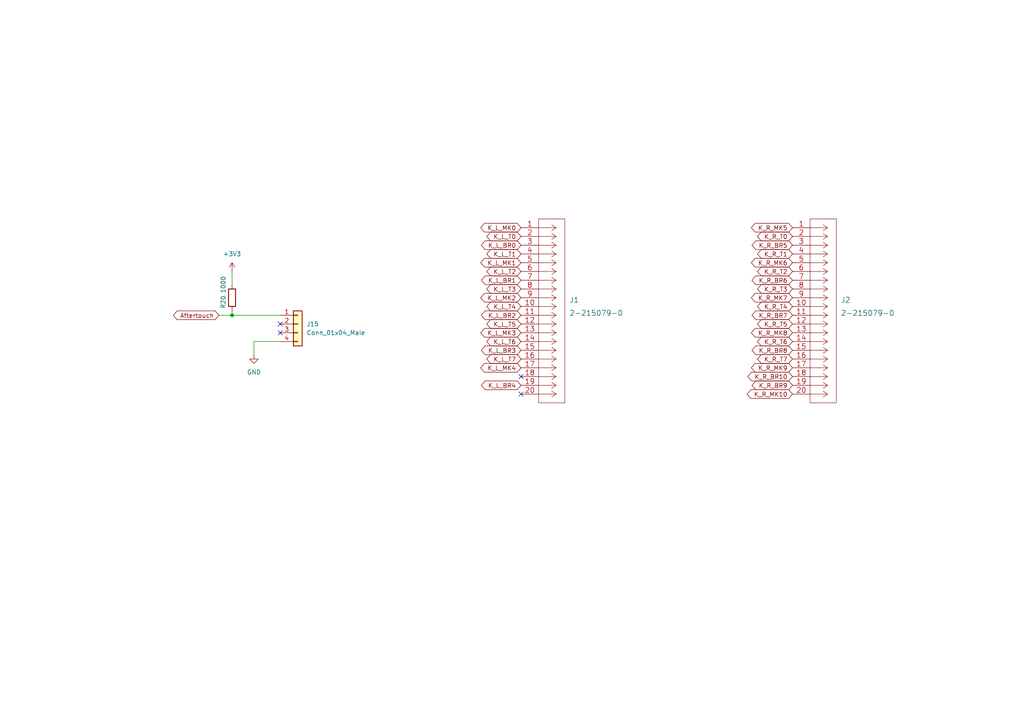
<source format=kicad_sch>
(kicad_sch (version 20211123) (generator eeschema)
  (paper "A4")
  (lib_symbols
    (symbol "2022-06-13_00-55-18:2-215079-0" (pin_names (offset 0.254) hide)
      (property "Reference" "J" (at 8.89 6.35 0))
      (property "Value" "2-215079-0" (at 10.16 -25.4 0))
      (symbol "2-215079-0_1_1"
        (polyline (pts (xy 5.08 -50.8) (xy 12.7 -50.8)) (stroke (width 0.127)))
        (polyline (pts (xy 5.08 2.54) (xy 5.08 -50.8)) (stroke (width 0.127)))
        (polyline (pts (xy 10.16 -48.26) (xy 5.08 -48.26)) (stroke (width 0.127)))
        (polyline (pts (xy 10.16 -48.26) (xy 8.89 -49.0982)) (stroke (width 0.127)))
        (polyline (pts (xy 10.16 -48.26) (xy 8.89 -47.4218)) (stroke (width 0.127)))
        (polyline (pts (xy 10.16 -45.72) (xy 5.08 -45.72)) (stroke (width 0.127)))
        (polyline (pts (xy 10.16 -45.72) (xy 8.89 -46.5582)) (stroke (width 0.127)))
        (polyline (pts (xy 10.16 -45.72) (xy 8.89 -44.8818)) (stroke (width 0.127)))
        (polyline (pts (xy 10.16 -43.18) (xy 5.08 -43.18)) (stroke (width 0.127)))
        (polyline (pts (xy 10.16 -43.18) (xy 8.89 -44.0182)) (stroke (width 0.127)))
        (polyline (pts (xy 10.16 -43.18) (xy 8.89 -42.3418)) (stroke (width 0.127)))
        (polyline (pts (xy 10.16 -40.64) (xy 5.08 -40.64)) (stroke (width 0.127)))
        (polyline (pts (xy 10.16 -40.64) (xy 8.89 -41.4782)) (stroke (width 0.127)))
        (polyline (pts (xy 10.16 -40.64) (xy 8.89 -39.8018)) (stroke (width 0.127)))
        (polyline (pts (xy 10.16 -38.1) (xy 5.08 -38.1)) (stroke (width 0.127)))
        (polyline (pts (xy 10.16 -38.1) (xy 8.89 -38.9382)) (stroke (width 0.127)))
        (polyline (pts (xy 10.16 -38.1) (xy 8.89 -37.2618)) (stroke (width 0.127)))
        (polyline (pts (xy 10.16 -35.56) (xy 5.08 -35.56)) (stroke (width 0.127)))
        (polyline (pts (xy 10.16 -35.56) (xy 8.89 -36.3982)) (stroke (width 0.127)))
        (polyline (pts (xy 10.16 -35.56) (xy 8.89 -34.7218)) (stroke (width 0.127)))
        (polyline (pts (xy 10.16 -33.02) (xy 5.08 -33.02)) (stroke (width 0.127)))
        (polyline (pts (xy 10.16 -33.02) (xy 8.89 -33.8582)) (stroke (width 0.127)))
        (polyline (pts (xy 10.16 -33.02) (xy 8.89 -32.1818)) (stroke (width 0.127)))
        (polyline (pts (xy 10.16 -30.48) (xy 5.08 -30.48)) (stroke (width 0.127)))
        (polyline (pts (xy 10.16 -30.48) (xy 8.89 -31.3182)) (stroke (width 0.127)))
        (polyline (pts (xy 10.16 -30.48) (xy 8.89 -29.6418)) (stroke (width 0.127)))
        (polyline (pts (xy 10.16 -27.94) (xy 5.08 -27.94)) (stroke (width 0.127)))
        (polyline (pts (xy 10.16 -27.94) (xy 8.89 -28.7782)) (stroke (width 0.127)))
        (polyline (pts (xy 10.16 -27.94) (xy 8.89 -27.1018)) (stroke (width 0.127)))
        (polyline (pts (xy 10.16 -25.4) (xy 5.08 -25.4)) (stroke (width 0.127)))
        (polyline (pts (xy 10.16 -25.4) (xy 8.89 -26.2382)) (stroke (width 0.127)))
        (polyline (pts (xy 10.16 -25.4) (xy 8.89 -24.5618)) (stroke (width 0.127)))
        (polyline (pts (xy 10.16 -22.86) (xy 5.08 -22.86)) (stroke (width 0.127)))
        (polyline (pts (xy 10.16 -22.86) (xy 8.89 -23.6982)) (stroke (width 0.127)))
        (polyline (pts (xy 10.16 -22.86) (xy 8.89 -22.0218)) (stroke (width 0.127)))
        (polyline (pts (xy 10.16 -20.32) (xy 5.08 -20.32)) (stroke (width 0.127)))
        (polyline (pts (xy 10.16 -20.32) (xy 8.89 -21.1582)) (stroke (width 0.127)))
        (polyline (pts (xy 10.16 -20.32) (xy 8.89 -19.4818)) (stroke (width 0.127)))
        (polyline (pts (xy 10.16 -17.78) (xy 5.08 -17.78)) (stroke (width 0.127)))
        (polyline (pts (xy 10.16 -17.78) (xy 8.89 -18.6182)) (stroke (width 0.127)))
        (polyline (pts (xy 10.16 -17.78) (xy 8.89 -16.9418)) (stroke (width 0.127)))
        (polyline (pts (xy 10.16 -15.24) (xy 5.08 -15.24)) (stroke (width 0.127)))
        (polyline (pts (xy 10.16 -15.24) (xy 8.89 -16.0782)) (stroke (width 0.127)))
        (polyline (pts (xy 10.16 -15.24) (xy 8.89 -14.4018)) (stroke (width 0.127)))
        (polyline (pts (xy 10.16 -12.7) (xy 5.08 -12.7)) (stroke (width 0.127)))
        (polyline (pts (xy 10.16 -12.7) (xy 8.89 -13.5382)) (stroke (width 0.127)))
        (polyline (pts (xy 10.16 -12.7) (xy 8.89 -11.8618)) (stroke (width 0.127)))
        (polyline (pts (xy 10.16 -10.16) (xy 5.08 -10.16)) (stroke (width 0.127)))
        (polyline (pts (xy 10.16 -10.16) (xy 8.89 -10.9982)) (stroke (width 0.127)))
        (polyline (pts (xy 10.16 -10.16) (xy 8.89 -9.3218)) (stroke (width 0.127)))
        (polyline (pts (xy 10.16 -7.62) (xy 5.08 -7.62)) (stroke (width 0.127)))
        (polyline (pts (xy 10.16 -7.62) (xy 8.89 -8.4582)) (stroke (width 0.127)))
        (polyline (pts (xy 10.16 -7.62) (xy 8.89 -6.7818)) (stroke (width 0.127)))
        (polyline (pts (xy 10.16 -5.08) (xy 5.08 -5.08)) (stroke (width 0.127)))
        (polyline (pts (xy 10.16 -5.08) (xy 8.89 -5.9182)) (stroke (width 0.127)))
        (polyline (pts (xy 10.16 -5.08) (xy 8.89 -4.2418)) (stroke (width 0.127)))
        (polyline (pts (xy 10.16 -2.54) (xy 5.08 -2.54)) (stroke (width 0.127)))
        (polyline (pts (xy 10.16 -2.54) (xy 8.89 -3.3782)) (stroke (width 0.127)))
        (polyline (pts (xy 10.16 -2.54) (xy 8.89 -1.7018)) (stroke (width 0.127)))
        (polyline (pts (xy 10.16 0) (xy 5.08 0)) (stroke (width 0.127)))
        (polyline (pts (xy 10.16 0) (xy 8.89 -0.8382)) (stroke (width 0.127)))
        (polyline (pts (xy 10.16 0) (xy 8.89 0.8382)) (stroke (width 0.127)))
        (polyline (pts (xy 12.7 -50.8) (xy 12.7 2.54)) (stroke (width 0.127)))
        (polyline (pts (xy 12.7 2.54) (xy 5.08 2.54)) (stroke (width 0.127)))
        (pin unspecified line (at 0 0 0) (length 5.08) (name "1") (number "1"))
        (pin unspecified line (at 0 -22.86 0) (length 5.08) (name "10") (number "10"))
        (pin unspecified line (at 0 -25.4 0) (length 5.08) (name "11") (number "11"))
        (pin unspecified line (at 0 -27.94 0) (length 5.08) (name "12") (number "12"))
        (pin unspecified line (at 0 -30.48 0) (length 5.08) (name "13") (number "13"))
        (pin unspecified line (at 0 -33.02 0) (length 5.08) (name "14") (number "14"))
        (pin unspecified line (at 0 -35.56 0) (length 5.08) (name "15") (number "15"))
        (pin unspecified line (at 0 -38.1 0) (length 5.08) (name "16") (number "16"))
        (pin unspecified line (at 0 -40.64 0) (length 5.08) (name "17") (number "17"))
        (pin unspecified line (at 0 -43.18 0) (length 5.08) (name "18") (number "18"))
        (pin unspecified line (at 0 -45.72 0) (length 5.08) (name "19") (number "19"))
        (pin unspecified line (at 0 -2.54 0) (length 5.08) (name "2") (number "2"))
        (pin unspecified line (at 0 -48.26 0) (length 5.08) (name "20") (number "20"))
        (pin unspecified line (at 0 -5.08 0) (length 5.08) (name "3") (number "3"))
        (pin unspecified line (at 0 -7.62 0) (length 5.08) (name "4") (number "4"))
        (pin unspecified line (at 0 -10.16 0) (length 5.08) (name "5") (number "5"))
        (pin unspecified line (at 0 -12.7 0) (length 5.08) (name "6") (number "6"))
        (pin unspecified line (at 0 -15.24 0) (length 5.08) (name "7") (number "7"))
        (pin unspecified line (at 0 -17.78 0) (length 5.08) (name "8") (number "8"))
        (pin unspecified line (at 0 -20.32 0) (length 5.08) (name "9") (number "9"))
      )
    )
    (symbol "Connector_Generic:Conn_01x04" (pin_names (offset 1.016) hide)
      (property "Reference" "J" (at 0 5.08 0))
      (property "Value" "Conn_01x04" (at 0 -7.62 0))
      (symbol "Conn_01x04_1_1"
        (rectangle (start -1.27 -4.953) (end 0 -5.207) (stroke (width 0.1524)))
        (rectangle (start -1.27 -2.413) (end 0 -2.667) (stroke (width 0.1524)))
        (rectangle (start -1.27 0.127) (end 0 -0.127) (stroke (width 0.1524)))
        (rectangle (start -1.27 2.667) (end 0 2.413) (stroke (width 0.1524)))
        (rectangle (start -1.27 3.81) (end 1.27 -6.35) (stroke (width 0.254)) (fill (type background)))
        (pin passive line (at -5.08 2.54 0) (length 3.81) (name "Pin_1") (number "1"))
        (pin passive line (at -5.08 0 0) (length 3.81) (name "Pin_2") (number "2"))
        (pin passive line (at -5.08 -2.54 0) (length 3.81) (name "Pin_3") (number "3"))
        (pin passive line (at -5.08 -5.08 0) (length 3.81) (name "Pin_4") (number "4"))
      )
    )
    (symbol "Device:R" (pin_numbers hide) (pin_names (offset 0))
      (property "Reference" "R" (at 2.032 0 90))
      (property "Value" "R" (at 0 0 90))
      (symbol "R_0_1"
        (rectangle (start -1.016 -2.54) (end 1.016 2.54) (stroke (width 0.254)))
      )
      (symbol "R_1_1"
        (pin passive line (at 0 3.81 270) (length 1.27) (name "~") (number "1"))
        (pin passive line (at 0 -3.81 90) (length 1.27) (name "~") (number "2"))
      )
    )
    (symbol "power:+3.3V" (power) (pin_names (offset 0))
      (property "Value" "+3.3V" (at 0 3.556 0))
      (symbol "+3.3V_0_1"
        (polyline (pts (xy -0.762 1.27) (xy 0 2.54)))
        (polyline (pts (xy 0 0) (xy 0 2.54)))
        (polyline (pts (xy 0 2.54) (xy 0.762 1.27)))
      )
      (symbol "+3.3V_1_1"
        (pin power_in line (at 0 0 90) (length 0) hide (name "+3V3") (number "1"))
      )
    )
    (symbol "power:GND" (power) (pin_names (offset 0))
      (property "Value" "GND" (at 0 -3.81 0))
      (symbol "GND_0_1"
        (polyline (pts (xy 0 0) (xy 0 -1.27) (xy 1.27 -1.27) (xy 0 -2.54) (xy -1.27 -1.27) (xy 0 -1.27)))
      )
      (symbol "GND_1_1"
        (pin power_in line (at 0 0 270) (length 0) hide (name "GND") (number "1"))
      )
    )
  )
  (junction (at 67.31 91.44))
  (no_connect (at 151.13 114.3))
  (no_connect (at 151.13 109.22))
  (no_connect (at 81.28 96.52))
  (no_connect (at 81.28 93.98))
  (wire (pts (xy 67.31 78.74) (xy 67.31 82.55)))
  (wire (pts (xy 73.66 99.06) (xy 73.66 102.87)))
  (wire (pts (xy 67.31 90.17) (xy 67.31 91.44)))
  (wire (pts (xy 63.5 91.44) (xy 67.31 91.44)))
  (wire (pts (xy 67.31 91.44) (xy 81.28 91.44)))
  (wire (pts (xy 81.28 99.06) (xy 73.66 99.06)))
  (global_label "K_L_T2" (shape bidirectional) (at 151.13 78.74 180) (property "Intersheet References" "${INTERSHEET_REFS}" (effects hide)))
  (global_label "Aftertouch" (shape bidirectional) (at 63.5 91.44 180) (property "Intersheet References" "${INTERSHEET_REFS}" (effects hide)))
  (global_label "K_L_BR2" (shape bidirectional) (at 151.13 91.44 180) (property "Intersheet References" "${INTERSHEET_REFS}" (effects hide)))
  (global_label "K_R_T6" (shape bidirectional) (at 229.87 99.06 180) (property "Intersheet References" "${INTERSHEET_REFS}" (effects hide)))
  (global_label "K_L_T1" (shape bidirectional) (at 151.13 73.66 180) (property "Intersheet References" "${INTERSHEET_REFS}" (effects hide)))
  (global_label "K_L_MK2" (shape bidirectional) (at 151.13 86.36 180) (property "Intersheet References" "${INTERSHEET_REFS}" (effects hide)))
  (global_label "K_R_BR5" (shape bidirectional) (at 229.87 71.12 180) (property "Intersheet References" "${INTERSHEET_REFS}" (effects hide)))
  (global_label "K_R_MK6" (shape bidirectional) (at 229.87 76.2 180) (property "Intersheet References" "${INTERSHEET_REFS}" (effects hide)))
  (global_label "K_R_MK10" (shape bidirectional) (at 229.87 114.3 180) (property "Intersheet References" "${INTERSHEET_REFS}" (effects hide)))
  (global_label "K_R_BR8" (shape bidirectional) (at 229.87 101.6 180) (property "Intersheet References" "${INTERSHEET_REFS}" (effects hide)))
  (global_label "K_R_T1" (shape bidirectional) (at 229.87 73.66 180) (property "Intersheet References" "${INTERSHEET_REFS}" (effects hide)))
  (global_label "K_L_BR1" (shape bidirectional) (at 151.13 81.28 180) (property "Intersheet References" "${INTERSHEET_REFS}" (effects hide)))
  (global_label "K_R_T7" (shape bidirectional) (at 229.87 104.14 180) (property "Intersheet References" "${INTERSHEET_REFS}" (effects hide)))
  (global_label "K_L_MK4" (shape bidirectional) (at 151.13 106.68 180) (property "Intersheet References" "${INTERSHEET_REFS}" (effects hide)))
  (global_label "K_R_T5" (shape bidirectional) (at 229.87 93.98 180) (property "Intersheet References" "${INTERSHEET_REFS}" (effects hide)))
  (global_label "K_L_MK1" (shape bidirectional) (at 151.13 76.2 180) (property "Intersheet References" "${INTERSHEET_REFS}" (effects hide)))
  (global_label "K_L_T3" (shape bidirectional) (at 151.13 83.82 180) (property "Intersheet References" "${INTERSHEET_REFS}" (effects hide)))
  (global_label "K_R_MK5" (shape bidirectional) (at 229.87 66.04 180) (property "Intersheet References" "${INTERSHEET_REFS}" (effects hide)))
  (global_label "K_L_MK3" (shape bidirectional) (at 151.13 96.52 180) (property "Intersheet References" "${INTERSHEET_REFS}" (effects hide)))
  (global_label "K_L_T5" (shape bidirectional) (at 151.13 93.98 180) (property "Intersheet References" "${INTERSHEET_REFS}" (effects hide)))
  (global_label "K_L_T4" (shape bidirectional) (at 151.13 88.9 180) (property "Intersheet References" "${INTERSHEET_REFS}" (effects hide)))
  (global_label "K_L_T6" (shape bidirectional) (at 151.13 99.06 180) (property "Intersheet References" "${INTERSHEET_REFS}" (effects hide)))
  (global_label "K_L_BR0" (shape bidirectional) (at 151.13 71.12 180) (property "Intersheet References" "${INTERSHEET_REFS}" (effects hide)))
  (global_label "K_R_MK9" (shape bidirectional) (at 229.87 106.68 180) (property "Intersheet References" "${INTERSHEET_REFS}" (effects hide)))
  (global_label "K_R_BR6" (shape bidirectional) (at 229.87 81.28 180) (property "Intersheet References" "${INTERSHEET_REFS}" (effects hide)))
  (global_label "K_R_MK7" (shape bidirectional) (at 229.87 86.36 180) (property "Intersheet References" "${INTERSHEET_REFS}" (effects hide)))
  (global_label "K_R_BR7" (shape bidirectional) (at 229.87 91.44 180) (property "Intersheet References" "${INTERSHEET_REFS}" (effects hide)))
  (global_label "K_R_T0" (shape bidirectional) (at 229.87 68.58 180) (property "Intersheet References" "${INTERSHEET_REFS}" (effects hide)))
  (global_label "K_R_BR9" (shape bidirectional) (at 229.87 111.76 180) (property "Intersheet References" "${INTERSHEET_REFS}" (effects hide)))
  (global_label "K_R_T3" (shape bidirectional) (at 229.87 83.82 180) (property "Intersheet References" "${INTERSHEET_REFS}" (effects hide)))
  (global_label "K_R_T2" (shape bidirectional) (at 229.87 78.74 180) (property "Intersheet References" "${INTERSHEET_REFS}" (effects hide)))
  (global_label "K_R_T4" (shape bidirectional) (at 229.87 88.9 180) (property "Intersheet References" "${INTERSHEET_REFS}" (effects hide)))
  (global_label "K_L_T0" (shape bidirectional) (at 151.13 68.58 180) (property "Intersheet References" "${INTERSHEET_REFS}" (effects hide)))
  (global_label "K_L_T7" (shape bidirectional) (at 151.13 104.14 180) (property "Intersheet References" "${INTERSHEET_REFS}" (effects hide)))
  (global_label "K_R_BR10" (shape bidirectional) (at 229.87 109.22 180) (property "Intersheet References" "${INTERSHEET_REFS}" (effects hide)))
  (global_label "K_L_MK0" (shape bidirectional) (at 151.13 66.04 180) (property "Intersheet References" "${INTERSHEET_REFS}" (effects hide)))
  (global_label "K_L_BR4" (shape bidirectional) (at 151.13 111.76 180) (property "Intersheet References" "${INTERSHEET_REFS}" (effects hide)))
  (global_label "K_L_BR3" (shape bidirectional) (at 151.13 101.6 180) (property "Intersheet References" "${INTERSHEET_REFS}" (effects hide)))
  (global_label "K_R_MK8" (shape bidirectional) (at 229.87 96.52 180) (property "Intersheet References" "${INTERSHEET_REFS}" (effects hide)))
  (symbol (lib_id "power:+3.3V") (at 67.31 78.74 0) (unit 1)
    (property "Reference" "#PWR019" (effects hide))
    (property "Value" "+3.3V" (at 67.31 73.66 0))
  )
  (symbol (lib_id "Connector_Generic:Conn_01x04") (at 86.36 93.98 0) (unit 1)
    (property "Reference" "J15" (at 88.9 93.9799 0) (effects (justify left)))
    (property "Value" "Conn_01x04_Male" (at 88.9 96.5199 0) (effects (justify left)))
    (property "Footprint" "Connector_PinHeader_2.54mm:PinHeader_1x04_P2.54mm_Horizontal" (effects hide))
    (property "Datasheet" "https://www.snapeda.com/parts/TSW-104-14-TM-S/Samtec/datasheet/" (effects hide))
    (property "Description" "Connector Header Through Hole 3 position 0.100\" (2.54mm)" (effects hide))
    (property "MANUFACTURER" "Samtec" (effects hide))
    (property "Manufacturer_Name" "Samtec" (effects hide))
    (property "Manufacturer_Part_Number" "TSW-104-14-TM-S" (effects hide))
  )
  (symbol (lib_id "2022-06-13_00-55-18:2-215079-0") (at 229.87 66.04 0) (unit 1)
    (property "Reference" "J2" (at 243.84 86.995 0) (effects (font (size 1.524 1.524)) (justify left)))
    (property "Value" "2-215079-0" (at 243.84 90.805 0) (effects (font (size 1.524 1.524)) (justify left)))
    (property "Footprint" "footprints:2-215079-0" (effects hide))
    (property "Datasheet" "https://www.snapeda.com/parts/2-215079-0/TE%20Connectivity/datasheet/" (effects hide))
    (property "Description" "Board-To-Board Connector, Micro-MaTch Series, Through Hole, Receptacle, 20, 1.27 mm" (effects hide))
    (property "MANUFACTURER" "TE Connectivity" (effects hide))
    (property "Manufacturer_Name" "TE Connectivity" (effects hide))
    (property "Manufacturer_Part_Number" "2-215079-0" (effects hide))
  )
  (symbol (lib_id "2022-06-13_00-55-18:2-215079-0") (at 151.13 66.04 0) (unit 1)
    (property "Reference" "J1" (at 165.1 86.995 0) (effects (font (size 1.524 1.524)) (justify left)))
    (property "Value" "2-215079-0" (at 165.1 90.805 0) (effects (font (size 1.524 1.524)) (justify left)))
    (property "Footprint" "footprints:2-215079-0" (effects hide))
    (property "Datasheet" "https://www.snapeda.com/parts/2-215079-0/TE%20Connectivity/datasheet/" (effects hide))
    (property "Description" "Board-To-Board Connector, Micro-MaTch Series, Through Hole, Receptacle, 20, 1.27 mm" (effects hide))
    (property "MANUFACTURER" "TE Connectivity" (effects hide))
    (property "Manufacturer_Name" "TE Connectivity" (effects hide))
    (property "Manufacturer_Part_Number" "2-215079-0" (effects hide))
  )
  (symbol (lib_id "Device:R") (at 67.31 86.36 0) (unit 1)
    (property "Reference" "R20" (at 64.77 87.63 90))
    (property "Value" "1000" (at 64.77 82.55 90))
    (property "Footprint" "Resistor_SMD:R_0805_2012Metric" (effects hide))
    (property "Datasheet" "https://datasheet.lcsc.com/lcsc/2205311800_UNI-ROYAL-Uniroyal-Elec-0805W8F1001T5E_C17513.pdf" (effects hide))
    (property "Description" "125mW Thick Film Resistors 150V ±1% ±100ppm/℃ -55℃~+155℃ 1kΩ 0805 Chip Resistor - Surface Mount ROHS" (effects hide))
    (property "MANUFACTURER" "UNI-ROYAL(Uniroyal Elec)" (effects hide))
    (property "Manufacturer_Name" "UNI-ROYAL(Uniroyal Elec)" (effects hide))
    (property "Manufacturer_Part_Number" "0805W8F1001T5E" (effects hide))
    (property "LCSC" "C17513" (effects hide))
  )
  (symbol (lib_id "power:GND") (at 73.66 102.87 0) (unit 1)
    (property "Reference" "#PWR020" (effects hide))
    (property "Value" "GND" (at 73.66 107.95 0))
  )
)
</source>
